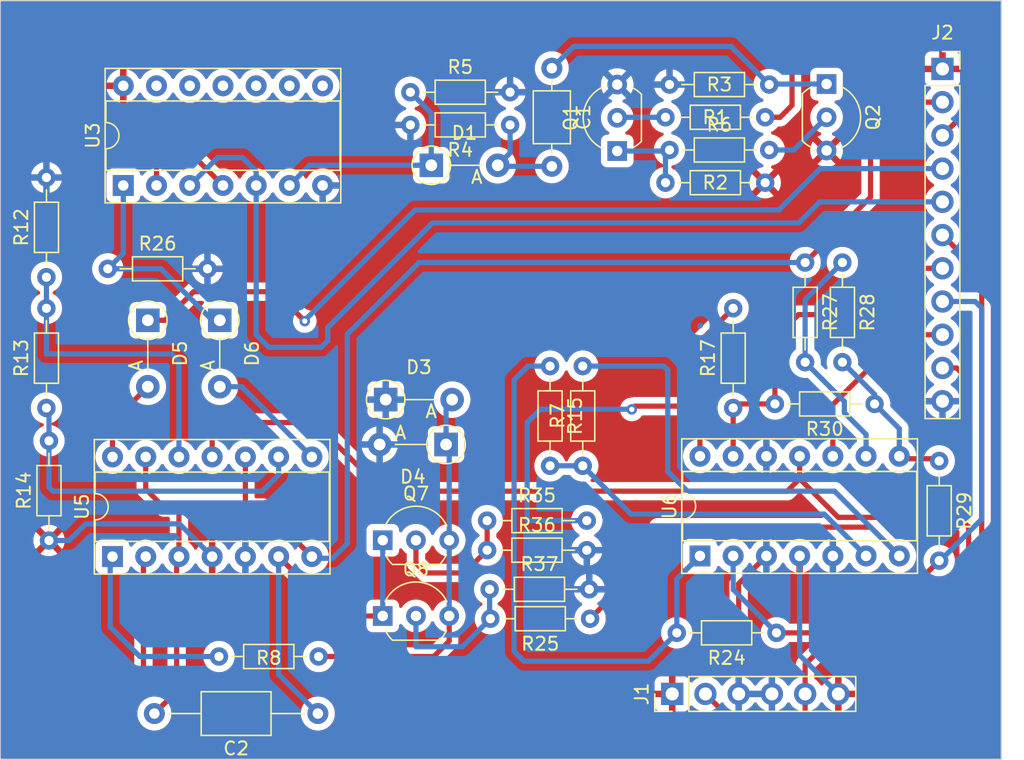
<source format=kicad_pcb>
(kicad_pcb (version 20221018) (generator pcbnew)
  (layers (0 "F.Cu" signal) (31 "B.Cu" signal) (34 "B.Paste" user) (35 "F.Paste" user) (36 "B.SilkS" user "B.Silkscreen") (37 "F.SilkS" user "F.Silkscreen") (38 "B.Mask" user) (39 "F.Mask" user) (44 "Edge.Cuts" user))
  (net 0 "")
  (net 1 "Net-(Q2-C)")
  (net 2 "Net-(D1-A)")
  (net 3 "Net-(Q7-C)")
  (net 4 "OUT")
  (net 5 "Net-(D1-K)")
  (net 6 "EOC")
  (net 7 "Net-(D3-A)")
  (net 8 "Net-(R25-Pad1)")
  (net 9 "Net-(D5-A)")
  (net 10 "Net-(D6-K)")
  (net 11 "Net-(D6-A)")
  (net 12 "+12V")
  (net 13 "-12V")
  (net 14 "GND")
  (net 15 "BUF_IN")
  (net 16 "FF")
  (net 17 "GOAL")
  (net 18 "VGND1")
  (net 19 "VGND2")
  (net 20 "FBO")
  (net 21 "Net-(Q1-C)")
  (net 22 "Net-(Q1-B)")
  (net 23 "Net-(Q2-B)")
  (net 24 "FCV")
  (net 25 "Net-(R15-Pad1)")
  (net 26 "RCV")
  (net 27 "Net-(R17-Pad2)")
  (net 28 "Net-(R8-Pad1)")
  (net 29 "LO")
  (net 30 "HI")
  (net 31 "Net-(U6C--)")
  (net 32 "FBK")
  (net 33 "Net-(U3-Pad2)")
  (net 40 "Net-(U6B--)")
  (footprint "Package_DIP:DIP-14_W7.62mm_Socket" (layer "F.Cu") (at 207.96 112.95 90)
    (fp_text reference "U6" (at 3.81 -2.33 90) (layer "F.SilkS"))
    (fp_text value "TL074")
    (pad "1" thru_hole rect (at 0 0 90) (size 1.6 1.6) (drill 0.8) (layers "*.Cu" "*.Mask") (net 25 "Net-(R15-Pad1)"))
    (pad "2" thru_hole oval (at 0 2.54 90) (size 1.6 1.6) (drill 0.8) (layers "*.Cu" "*.Mask") (net 19 "VGND2"))
    (pad "3" thru_hole oval (at 0 5.08 90) (size 1.6 1.6) (drill 0.8) (layers "*.Cu" "*.Mask") (net 14 "GND"))
    (pad "4" thru_hole oval (at 0 7.62 90) (size 1.6 1.6) (drill 0.8) (layers "*.Cu" "*.Mask") (net 12 "+12V"))
    (pad "5" thru_hole oval (at 0 10.16 90) (size 1.6 1.6) (drill 0.8) (layers "*.Cu" "*.Mask") (net 14 "GND"))
    (pad "6" thru_hole oval (at 0 12.7 90) (size 1.6 1.6) (drill 0.8) (layers "*.Cu" "*.Mask") (net 40 "Net-(U6B--)"))
    (pad "7" thru_hole oval (at 0 15.24 90) (size 1.6 1.6) (drill 0.8) (layers "*.Cu" "*.Mask") (net 8 "Net-(R25-Pad1)"))
    (pad "8" thru_hole oval (at 7.62 15.24 90) (size 1.6 1.6) (drill 0.8) (layers "*.Cu" "*.Mask") (net 32 "FBK"))
    (pad "9" thru_hole oval (at 7.62 12.7 90) (size 1.6 1.6) (drill 0.8) (layers "*.Cu" "*.Mask") (net 31 "Net-(U6C--)"))
    (pad "10" thru_hole oval (at 7.62 10.16 90) (size 1.6 1.6) (drill 0.8) (layers "*.Cu" "*.Mask") (net 20 "FBO"))
    (pad "11" thru_hole oval (at 7.62 7.62 90) (size 1.6 1.6) (drill 0.8) (layers "*.Cu" "*.Mask") (net 13 "-12V"))
    (pad "12" thru_hole oval (at 7.62 5.08 90) (size 1.6 1.6) (drill 0.8) (layers "*.Cu" "*.Mask") (net 14 "GND"))
    (pad "13" thru_hole oval (at 7.62 2.54 90) (size 1.6 1.6) (drill 0.8) (layers "*.Cu" "*.Mask") (net 18 "VGND1"))
    (pad "14" thru_hole oval (at 7.62 0 90) (size 1.6 1.6) (drill 0.8) (layers "*.Cu" "*.Mask") (net 27 "Net-(R17-Pad2)"))
  )
  (footprint "Connector_PinHeader_2.54mm:PinHeader_1x06_P2.54mm_Vertical" (layer "F.Cu") (at 205.84 123.5 90)
    (fp_text reference "J1" (at 0 -2.33 90) (layer "F.SilkS"))
    (fp_text value "Conn_01x06_Pin" hide)
    (pad "1" thru_hole rect (at 0 0 90) (size 1.7 1.7) (drill 1) (layers "*.Cu" "*.Mask") (net 12 "+12V"))
    (pad "2" thru_hole oval (at 0 2.54 90) (size 1.7 1.7) (drill 1) (layers "*.Cu" "*.Mask") (net 13 "-12V"))
    (pad "3" thru_hole oval (at 0 5.08 90) (size 1.7 1.7) (drill 1) (layers "*.Cu" "*.Mask") (net 14 "GND"))
    (pad "4" thru_hole oval (at 0 7.62 90) (size 1.7 1.7) (drill 1) (layers "*.Cu" "*.Mask") (net 14 "GND"))
    (pad "5" thru_hole oval (at 0 10.16 90) (size 1.7 1.7) (drill 1) (layers "*.Cu" "*.Mask") (net 13 "-12V"))
    (pad "6" thru_hole oval (at 0 12.7 90) (size 1.7 1.7) (drill 1) (layers "*.Cu" "*.Mask") (net 12 "+12V"))
  )
  (footprint "Resistor_THT:R_Axial_DIN0204_L3.6mm_D1.6mm_P7.62mm_Horizontal" (layer "F.Cu") (at 191.69 112.51)
    (fp_text reference "R36" (at 3.81 -1.92) (layer "F.SilkS"))
    (fp_text value "R")
    (pad "1" thru_hole circle (at 0 0) (size 1.4 1.4) (drill 0.7) (layers "*.Cu" "*.Mask") (net 24 "FCV"))
    (pad "2" thru_hole oval (at 7.62 0) (size 1.4 1.4) (drill 0.7) (layers "*.Cu" "*.Mask") (net 14 "GND"))
  )
  (footprint "Resistor_THT:R_Axial_DIN0204_L3.6mm_D1.6mm_P7.62mm_Horizontal" (layer "F.Cu") (at 191.69 110.25)
    (fp_text reference "R35" (at 3.81 -1.92) (layer "F.SilkS"))
    (fp_text value "R")
    (pad "1" thru_hole circle (at 0 0) (size 1.4 1.4) (drill 0.7) (layers "*.Cu" "*.Mask") (net 24 "FCV"))
    (pad "2" thru_hole oval (at 7.62 0) (size 1.4 1.4) (drill 0.7) (layers "*.Cu" "*.Mask") (net 27 "Net-(R17-Pad2)"))
  )
  (footprint "Resistor_THT:R_Axial_DIN0204_L3.6mm_D1.6mm_P7.62mm_Horizontal" (layer "F.Cu") (at 191.88 115.5)
    (fp_text reference "R37" (at 3.81 -1.92) (layer "F.SilkS"))
    (fp_text value "R")
    (pad "1" thru_hole circle (at 0 0) (size 1.4 1.4) (drill 0.7) (layers "*.Cu" "*.Mask") (net 26 "RCV"))
    (pad "2" thru_hole oval (at 7.62 0) (size 1.4 1.4) (drill 0.7) (layers "*.Cu" "*.Mask") (net 14 "GND"))
  )
  (footprint "Resistor_THT:R_Axial_DIN0204_L3.6mm_D1.6mm_P7.62mm_Horizontal" (layer "F.Cu") (at 205.325 79.415)
    (fp_text reference "R1" (at 3.81 0) (layer "F.SilkS"))
    (fp_text value "R")
    (pad "1" thru_hole circle (at 0 0) (size 1.4 1.4) (drill 0.7) (layers "*.Cu" "*.Mask") (net 22 "Net-(Q1-B)"))
    (pad "2" thru_hole oval (at 7.62 0) (size 1.4 1.4) (drill 0.7) (layers "*.Cu" "*.Mask") (net 15 "BUF_IN"))
  )
  (footprint "Resistor_THT:R_Axial_DIN0204_L3.6mm_D1.6mm_P7.62mm_Horizontal" (layer "F.Cu") (at 196.5 98.44 -90)
    (fp_text reference "R15" (at 3.81 -1.92 90) (layer "F.SilkS"))
    (fp_text value "R")
    (pad "1" thru_hole circle (at 0 0 270) (size 1.4 1.4) (drill 0.7) (layers "*.Cu" "*.Mask") (net 25 "Net-(R15-Pad1)"))
    (pad "2" thru_hole oval (at 7.62 0 270) (size 1.4 1.4) (drill 0.7) (layers "*.Cu" "*.Mask") (net 40 "Net-(U6B--)"))
  )
  (footprint "Diode_THT:D_A-405_P5.08mm_Vertical_AnodeUp" (layer "F.Cu") (at 165.75 94.935 -90)
    (fp_text reference "D5" (at 2.54 -2.47 90) (layer "F.SilkS"))
    (fp_text value "D")
    (fp_text user "A" (at 3.48 0.9 90) (layer "F.SilkS"))
    (pad "1" thru_hole rect (at 0 0 270) (size 1.8 1.8) (drill 0.9) (layers "*.Cu" "*.Mask") (net 6 "EOC"))
    (pad "2" thru_hole oval (at 5.08 0 270) (size 1.8 1.8) (drill 0.9) (layers "*.Cu" "*.Mask") (net 9 "Net-(D5-A)"))
  )
  (footprint "Resistor_THT:R_Axial_DIN0204_L3.6mm_D1.6mm_P7.62mm_Horizontal" (layer "F.Cu") (at 210.5 101.64 90)
    (fp_text reference "R17" (at 3.81 -1.92 90) (layer "F.SilkS"))
    (fp_text value "R")
    (pad "1" thru_hole circle (at 0 0 90) (size 1.4 1.4) (drill 0.7) (layers "*.Cu" "*.Mask") (net 18 "VGND1"))
    (pad "2" thru_hole oval (at 7.62 0 90) (size 1.4 1.4) (drill 0.7) (layers "*.Cu" "*.Mask") (net 27 "Net-(R17-Pad2)"))
  )
  (footprint "Diode_THT:D_A-405_P5.08mm_Vertical_AnodeUp" (layer "F.Cu") (at 171.25 94.935 -90)
    (fp_text reference "D6" (at 2.54 -2.47 90) (layer "F.SilkS"))
    (fp_text value "D")
    (fp_text user "A" (at 3.48 0.9 90) (layer "F.SilkS"))
    (pad "1" thru_hole rect (at 0 0 270) (size 1.8 1.8) (drill 0.9) (layers "*.Cu" "*.Mask") (net 10 "Net-(D6-K)"))
    (pad "2" thru_hole oval (at 5.08 0 270) (size 1.8 1.8) (drill 0.9) (layers "*.Cu" "*.Mask") (net 11 "Net-(D6-A)"))
  )
  (footprint "Resistor_THT:R_Axial_DIN0204_L3.6mm_D1.6mm_P7.62mm_Horizontal" (layer "F.Cu") (at 158.195 111.77 90)
    (fp_text reference "R14" (at 3.81 -1.92 90) (layer "F.SilkS"))
    (fp_text value "R")
    (pad "1" thru_hole circle (at 0 0 90) (size 1.4 1.4) (drill 0.7) (layers "*.Cu" "*.Mask") (net 12 "+12V"))
    (pad "2" thru_hole oval (at 7.62 0 90) (size 1.4 1.4) (drill 0.7) (layers "*.Cu" "*.Mask") (net 30 "HI"))
  )
  (footprint "Package_TO_SOT_THT:TO-92_Inline_Wide" (layer "F.Cu") (at 217.64 76.875 -90)
    (fp_text reference "Q2" (at 2.54 -3.56 90) (layer "F.SilkS"))
    (fp_text value "BC557")
    (pad "1" thru_hole rect (at 0 0 270) (size 1.5 1.5) (drill 0.8) (layers "*.Cu" "*.Mask") (net 1 "Net-(Q2-C)"))
    (pad "2" thru_hole circle (at 2.54 0 270) (size 1.5 1.5) (drill 0.8) (layers "*.Cu" "*.Mask") (net 23 "Net-(Q2-B)"))
    (pad "3" thru_hole circle (at 5.08 0 270) (size 1.5 1.5) (drill 0.8) (layers "*.Cu" "*.Mask") (net 12 "+12V"))
  )
  (footprint "Resistor_THT:R_Axial_DIN0204_L3.6mm_D1.6mm_P7.62mm_Horizontal" (layer "F.Cu") (at 216 90.52 -90)
    (fp_text reference "R27" (at 3.81 -1.92 90) (layer "F.SilkS"))
    (fp_text value "R")
    (pad "1" thru_hole circle (at 0 0 270) (size 1.4 1.4) (drill 0.7) (layers "*.Cu" "*.Mask") (net 4 "OUT"))
    (pad "2" thru_hole oval (at 7.62 0 270) (size 1.4 1.4) (drill 0.7) (layers "*.Cu" "*.Mask") (net 31 "Net-(U6C--)"))
  )
  (footprint "Package_DIP:DIP-14_W7.62mm_Socket" (layer "F.Cu") (at 163.05 113 90)
    (fp_text reference "U5" (at 3.81 -2.33 90) (layer "F.SilkS"))
    (fp_text value "TL074")
    (pad "1" thru_hole rect (at 0 0 90) (size 1.6 1.6) (drill 0.8) (layers "*.Cu" "*.Mask") (net 28 "Net-(R8-Pad1)"))
    (pad "2" thru_hole oval (at 0 2.54 90) (size 1.6 1.6) (drill 0.8) (layers "*.Cu" "*.Mask") (net 17 "GOAL"))
    (pad "3" thru_hole oval (at 0 5.08 90) (size 1.6 1.6) (drill 0.8) (layers "*.Cu" "*.Mask") (net 4 "OUT"))
    (pad "4" thru_hole oval (at 0 7.62 90) (size 1.6 1.6) (drill 0.8) (layers "*.Cu" "*.Mask") (net 12 "+12V"))
    (pad "5" thru_hole oval (at 0 10.16 90) (size 1.6 1.6) (drill 0.8) (layers "*.Cu" "*.Mask") (net 14 "GND"))
    (pad "6" thru_hole oval (at 0 12.7 90) (size 1.6 1.6) (drill 0.8) (layers "*.Cu" "*.Mask") (net 3 "Net-(Q7-C)"))
    (pad "7" thru_hole oval (at 0 15.24 90) (size 1.6 1.6) (drill 0.8) (layers "*.Cu" "*.Mask") (net 4 "OUT"))
    (pad "8" thru_hole oval (at 7.62 15.24 90) (size 1.6 1.6) (drill 0.8) (layers "*.Cu" "*.Mask") (net 11 "Net-(D6-A)"))
    (pad "9" thru_hole oval (at 7.62 12.7 90) (size 1.6 1.6) (drill 0.8) (layers "*.Cu" "*.Mask") (net 30 "HI"))
    (pad "10" thru_hole oval (at 7.62 10.16 90) (size 1.6 1.6) (drill 0.8) (layers "*.Cu" "*.Mask") (net 4 "OUT"))
    (pad "11" thru_hole oval (at 7.62 7.62 90) (size 1.6 1.6) (drill 0.8) (layers "*.Cu" "*.Mask") (net 13 "-12V"))
    (pad "12" thru_hole oval (at 7.62 5.08 90) (size 1.6 1.6) (drill 0.8) (layers "*.Cu" "*.Mask") (net 29 "LO"))
    (pad "13" thru_hole oval (at 7.62 2.54 90) (size 1.6 1.6) (drill 0.8) (layers "*.Cu" "*.Mask") (net 4 "OUT"))
    (pad "14" thru_hole oval (at 7.62 0 90) (size 1.6 1.6) (drill 0.8) (layers "*.Cu" "*.Mask") (net 9 "Net-(D5-A)"))
  )
  (footprint "Resistor_THT:R_Axial_DIN0204_L3.6mm_D1.6mm_P7.62mm_Horizontal" (layer "F.Cu") (at 162.69 91)
    (fp_text reference "R26" (at 3.81 -1.92) (layer "F.SilkS"))
    (fp_text value "R")
    (pad "1" thru_hole circle (at 0 0) (size 1.4 1.4) (drill 0.7) (layers "*.Cu" "*.Mask") (net 10 "Net-(D6-K)"))
    (pad "2" thru_hole oval (at 7.62 0) (size 1.4 1.4) (drill 0.7) (layers "*.Cu" "*.Mask") (net 14 "GND"))
  )
  (footprint "Resistor_THT:R_Axial_DIN0204_L3.6mm_D1.6mm_P7.62mm_Horizontal" (layer "F.Cu") (at 212.945 84.415 180)
    (fp_text reference "R2" (at 3.81 0) (layer "F.SilkS"))
    (fp_text value "R")
    (pad "1" thru_hole circle (at 0 0 180) (size 1.4 1.4) (drill 0.7) (layers "*.Cu" "*.Mask") (net 12 "+12V"))
    (pad "2" thru_hole oval (at 7.62 0 180) (size 1.4 1.4) (drill 0.7) (layers "*.Cu" "*.Mask") (net 21 "Net-(Q1-C)"))
  )
  (footprint "Package_TO_SOT_THT:TO-92_Inline_Wide" (layer "F.Cu") (at 183.71 111.75)
    (fp_text reference "Q7" (at 2.54 -3.56) (layer "F.SilkS"))
    (fp_text value "BC557")
    (pad "1" thru_hole rect (at 0 0) (size 1.5 1.5) (drill 0.8) (layers "*.Cu" "*.Mask") (net 3 "Net-(Q7-C)"))
    (pad "2" thru_hole circle (at 2.54 0) (size 1.5 1.5) (drill 0.8) (layers "*.Cu" "*.Mask") (net 24 "FCV"))
    (pad "3" thru_hole circle (at 5.08 0) (size 1.5 1.5) (drill 0.8) (layers "*.Cu" "*.Mask") (net 7 "Net-(D3-A)"))
  )
  (footprint "Resistor_THT:R_Axial_DIN0204_L3.6mm_D1.6mm_P7.62mm_Horizontal" (layer "F.Cu") (at 158 101.64 90)
    (fp_text reference "R13" (at 3.81 -1.92 90) (layer "F.SilkS"))
    (fp_text value "R")
    (pad "1" thru_hole circle (at 0 0 90) (size 1.4 1.4) (drill 0.7) (layers "*.Cu" "*.Mask") (net 30 "HI"))
    (pad "2" thru_hole oval (at 7.62 0 90) (size 1.4 1.4) (drill 0.7) (layers "*.Cu" "*.Mask") (net 29 "LO"))
  )
  (footprint "Capacitor_THT:C_Axial_L5.1mm_D3.1mm_P12.50mm_Horizontal" (layer "F.Cu") (at 178.75 125 180)
    (fp_text reference "C2" (at 6.25 -2.67 180) (layer "F.SilkS"))
    (fp_text value "C")
    (pad "1" thru_hole circle (at 0 0 180) (size 1.6 1.6) (drill 0.8) (layers "*.Cu" "*.Mask") (net 3 "Net-(Q7-C)"))
    (pad "2" thru_hole oval (at 12.5 0 180) (size 1.6 1.6) (drill 0.8) (layers "*.Cu" "*.Mask") (net 4 "OUT"))
  )
  (footprint "Diode_THT:D_A-405_P5.08mm_Vertical_AnodeUp" (layer "F.Cu") (at 183.935 101)
    (fp_text reference "D3" (at 2.54 -2.47) (layer "F.SilkS"))
    (fp_text value "D")
    (fp_text user "A" (at 3.48 0.9) (layer "F.SilkS"))
    (pad "1" thru_hole rect (at 0 0) (size 1.8 1.8) (drill 0.9) (layers "*.Cu" "*.Mask") (net 14 "GND"))
    (pad "2" thru_hole oval (at 5.08 0) (size 1.8 1.8) (drill 0.9) (layers "*.Cu" "*.Mask") (net 7 "Net-(D3-A)"))
  )
  (footprint "Resistor_THT:R_Axial_DIN0204_L3.6mm_D1.6mm_P7.62mm_Horizontal" (layer "F.Cu") (at 218.85 90.52 -90)
    (fp_text reference "R28" (at 3.81 -1.92 90) (layer "F.SilkS"))
    (fp_text value "R")
    (pad "1" thru_hole circle (at 0 0 270) (size 1.4 1.4) (drill 0.7) (layers "*.Cu" "*.Mask") (net 31 "Net-(U6C--)"))
    (pad "2" thru_hole oval (at 7.62 0 270) (size 1.4 1.4) (drill 0.7) (layers "*.Cu" "*.Mask") (net 32 "FBK"))
  )
  (footprint "Resistor_THT:R_Axial_DIN0204_L3.6mm_D1.6mm_P7.62mm_Horizontal" (layer "F.Cu") (at 205.635 81.915)
    (fp_text reference "R6" (at 3.81 -1.92) (layer "F.SilkS"))
    (fp_text value "R")
    (pad "1" thru_hole circle (at 0 0) (size 1.4 1.4) (drill 0.7) (layers "*.Cu" "*.Mask") (net 21 "Net-(Q1-C)"))
    (pad "2" thru_hole oval (at 7.62 0) (size 1.4 1.4) (drill 0.7) (layers "*.Cu" "*.Mask") (net 23 "Net-(Q2-B)"))
  )
  (footprint "Resistor_THT:R_Axial_DIN0204_L3.6mm_D1.6mm_P7.62mm_Horizontal" (layer "F.Cu") (at 193.445 80 180)
    (fp_text reference "R4" (at 3.81 -1.92) (layer "F.SilkS"))
    (fp_text value "R")
    (pad "1" thru_hole circle (at 0 0 180) (size 1.4 1.4) (drill 0.7) (layers "*.Cu" "*.Mask") (net 2 "Net-(D1-A)"))
    (pad "2" thru_hole oval (at 7.62 0 180) (size 1.4 1.4) (drill 0.7) (layers "*.Cu" "*.Mask") (net 14 "GND"))
  )
  (footprint "Diode_THT:D_A-405_P5.08mm_Vertical_AnodeUp" (layer "F.Cu") (at 188.55 104.43 180)
    (fp_text reference "D4" (at 2.54 -2.47) (layer "F.SilkS"))
    (fp_text value "D")
    (fp_text user "A" (at 3.48 0.9) (layer "F.SilkS"))
    (pad "1" thru_hole rect (at 0 0 180) (size 1.8 1.8) (drill 0.9) (layers "*.Cu" "*.Mask") (net 7 "Net-(D3-A)"))
    (pad "2" thru_hole oval (at 5.08 0 180) (size 1.8 1.8) (drill 0.9) (layers "*.Cu" "*.Mask") (net 14 "GND"))
  )
  (footprint "Package_TO_SOT_THT:TO-92_Inline_Wide" (layer "F.Cu") (at 183.71 117.54)
    (fp_text reference "Q8" (at 2.54 -3.56) (layer "F.SilkS"))
    (fp_text value "BC547")
    (pad "1" thru_hole rect (at 0 0) (size 1.5 1.5) (drill 0.8) (layers "*.Cu" "*.Mask") (net 3 "Net-(Q7-C)"))
    (pad "2" thru_hole circle (at 2.54 0) (size 1.5 1.5) (drill 0.8) (layers "*.Cu" "*.Mask") (net 26 "RCV"))
    (pad "3" thru_hole circle (at 5.08 0) (size 1.5 1.5) (drill 0.8) (layers "*.Cu" "*.Mask") (net 7 "Net-(D3-A)"))
  )
  (footprint "Resistor_THT:R_Axial_DIN0204_L3.6mm_D1.6mm_P7.62mm_Horizontal" (layer "F.Cu") (at 158 91.64 90)
    (fp_text reference "R12" (at 3.81 -1.92 90) (layer "F.SilkS"))
    (fp_text value "R")
    (pad "1" thru_hole circle (at 0 0 90) (size 1.4 1.4) (drill 0.7) (layers "*.Cu" "*.Mask") (net 29 "LO"))
    (pad "2" thru_hole oval (at 7.62 0 90) (size 1.4 1.4) (drill 0.7) (layers "*.Cu" "*.Mask") (net 14 "GND"))
  )
  (footprint "Resistor_THT:R_Axial_DIN0204_L3.6mm_D1.6mm_P7.62mm_Horizontal" (layer "F.Cu") (at 199.56 117.75 180)
    (fp_text reference "R25" (at 3.81 -1.92) (layer "F.SilkS"))
    (fp_text value "R")
    (pad "1" thru_hole circle (at 0 0 180) (size 1.4 1.4) (drill 0.7) (layers "*.Cu" "*.Mask") (net 8 "Net-(R25-Pad1)"))
    (pad "2" thru_hole oval (at 7.62 0 180) (size 1.4 1.4) (drill 0.7) (layers "*.Cu" "*.Mask") (net 26 "RCV"))
  )
  (footprint "Resistor_THT:R_Axial_DIN0204_L3.6mm_D1.6mm_P7.62mm_Horizontal" (layer "F.Cu") (at 226.25 105.69 -90)
    (fp_text reference "R29" (at 3.81 -1.92 90) (layer "F.SilkS"))
    (fp_text value "R")
    (pad "1" thru_hole circle (at 0 0 270) (size 1.4 1.4) (drill 0.7) (layers "*.Cu" "*.Mask") (net 32 "FBK"))
    (pad "2" thru_hole oval (at 7.62 0 270) (size 1.4 1.4) (drill 0.7) (layers "*.Cu" "*.Mask") (net 19 "VGND2"))
  )
  (footprint "Resistor_THT:R_Axial_DIN0204_L3.6mm_D1.6mm_P7.62mm_Horizontal" (layer "F.Cu") (at 213.255 76.915 180)
    (fp_text reference "R3" (at 3.81 0) (layer "F.SilkS"))
    (fp_text value "R")
    (pad "1" thru_hole circle (at 0 0 180) (size 1.4 1.4) (drill 0.7) (layers "*.Cu" "*.Mask") (net 1 "Net-(Q2-C)"))
    (pad "2" thru_hole oval (at 7.62 0 180) (size 1.4 1.4) (drill 0.7) (layers "*.Cu" "*.Mask") (net 14 "GND"))
  )
  (footprint "Capacitor_THT:C_Axial_L3.8mm_D2.6mm_P7.50mm_Horizontal" (layer "F.Cu") (at 196.635 75.665 -90)
    (fp_text reference "C1" (at 3.75 -2.42 90) (layer "F.SilkS"))
    (fp_text value "C")
    (pad "1" thru_hole circle (at 0 0 270) (size 1.6 1.6) (drill 0.8) (layers "*.Cu" "*.Mask") (net 1 "Net-(Q2-C)"))
    (pad "2" thru_hole oval (at 7.5 0 270) (size 1.6 1.6) (drill 0.8) (layers "*.Cu" "*.Mask") (net 2 "Net-(D1-A)"))
  )
  (footprint "Resistor_THT:R_Axial_DIN0204_L3.6mm_D1.6mm_P7.62mm_Horizontal" (layer "F.Cu") (at 199 106.06 90)
    (fp_text reference "R7" (at 3.81 -1.92 90) (layer "F.SilkS"))
    (fp_text value "R")
    (pad "1" thru_hole circle (at 0 0 90) (size 1.4 1.4) (drill 0.7) (layers "*.Cu" "*.Mask") (net 40 "Net-(U6B--)"))
    (pad "2" thru_hole oval (at 7.62 0 90) (size 1.4 1.4) (drill 0.7) (layers "*.Cu" "*.Mask") (net 8 "Net-(R25-Pad1)"))
  )
  (footprint "Resistor_THT:R_Axial_DIN0204_L3.6mm_D1.6mm_P7.62mm_Horizontal" (layer "F.Cu") (at 185.825 77.5)
    (fp_text reference "R5" (at 3.81 -1.92) (layer "F.SilkS"))
    (fp_text value "R")
    (pad "1" thru_hole circle (at 0 0) (size 1.4 1.4) (drill 0.7) (layers "*.Cu" "*.Mask") (net 5 "Net-(D1-K)"))
    (pad "2" thru_hole oval (at 7.62 0) (size 1.4 1.4) (drill 0.7) (layers "*.Cu" "*.Mask") (net 14 "GND"))
  )
  (footprint "Resistor_THT:R_Axial_DIN0204_L3.6mm_D1.6mm_P7.62mm_Horizontal" (layer "F.Cu") (at 171.19 120.64)
    (fp_text reference "R8" (at 3.81 0.11) (layer "F.SilkS"))
    (fp_text value "R")
    (pad "1" thru_hole circle (at 0 0) (size 1.4 1.4) (drill 0.7) (layers "*.Cu" "*.Mask") (net 28 "Net-(R8-Pad1)"))
    (pad "2" thru_hole oval (at 7.62 0) (size 1.4 1.4) (drill 0.7) (layers "*.Cu" "*.Mask") (net 7 "Net-(D3-A)"))
  )
  (footprint "Diode_THT:D_A-405_P5.08mm_Vertical_AnodeUp" (layer "F.Cu") (at 187.42 83.085)
    (fp_text reference "D1" (at 2.54 -2.47) (layer "F.SilkS"))
    (fp_text value "D")
    (fp_text user "A" (at 3.48 0.9) (layer "F.SilkS"))
    (pad "1" thru_hole rect (at 0 0) (size 1.8 1.8) (drill 0.9) (layers "*.Cu" "*.Mask") (net 5 "Net-(D1-K)"))
    (pad "2" thru_hole oval (at 5.08 0) (size 1.8 1.8) (drill 0.9) (layers "*.Cu" "*.Mask") (net 2 "Net-(D1-A)"))
  )
  (footprint "Package_DIP:DIP-14_W7.62mm_Socket" (layer "F.Cu") (at 163.875 84.63 90)
    (fp_text reference "U3" (at 3.81 -2.33 90) (layer "F.SilkS"))
    (fp_text value "4001")
    (pad "1" thru_hole rect (at 0 0 90) (size 1.6 1.6) (drill 0.8) (layers "*.Cu" "*.Mask") (net 10 "Net-(D6-K)"))
    (pad "2" thru_hole oval (at 0 2.54 90) (size 1.6 1.6) (drill 0.8) (layers "*.Cu" "*.Mask") (net 33 "Net-(U3-Pad2)"))
    (pad "3" thru_hole oval (at 0 5.08 90) (size 1.6 1.6) (drill 0.8) (layers "*.Cu" "*.Mask") (net 16 "FF"))
    (pad "4" thru_hole oval (at 0 7.62 90) (size 1.6 1.6) (drill 0.8) (layers "*.Cu" "*.Mask") (net 33 "Net-(U3-Pad2)"))
    (pad "5" thru_hole oval (at 0 10.16 90) (size 1.6 1.6) (drill 0.8) (layers "*.Cu" "*.Mask") (net 16 "FF"))
    (pad "6" thru_hole oval (at 0 12.7 90) (size 1.6 1.6) (drill 0.8) (layers "*.Cu" "*.Mask") (net 5 "Net-(D1-K)"))
    (pad "7" thru_hole oval (at 0 15.24 90) (size 1.6 1.6) (drill 0.8) (layers "*.Cu" "*.Mask") (net 14 "GND"))
    (pad "8" thru_hole oval (at 7.62 15.24 90) (size 1.6 1.6) (drill 0.8) (layers "*.Cu" "*.Mask"))
    (pad "9" thru_hole oval (at 7.62 12.7 90) (size 1.6 1.6) (drill 0.8) (layers "*.Cu" "*.Mask"))
    (pad "10" thru_hole oval (at 7.62 10.16 90) (size 1.6 1.6) (drill 0.8) (layers "*.Cu" "*.Mask"))
    (pad "11" thru_hole oval (at 7.62 7.62 90) (size 1.6 1.6) (drill 0.8) (layers "*.Cu" "*.Mask"))
    (pad "12" thru_hole oval (at 7.62 5.08 90) (size 1.6 1.6) (drill 0.8) (layers "*.Cu" "*.Mask"))
    (pad "13" thru_hole oval (at 7.62 2.54 90) (size 1.6 1.6) (drill 0.8) (layers "*.Cu" "*.Mask"))
    (pad "14" thru_hole oval (at 7.62 0 90) (size 1.6 1.6) (drill 0.8) (layers "*.Cu" "*.Mask") (net 12 "+12V"))
  )
  (footprint "Package_TO_SOT_THT:TO-92_Inline_Wide" (layer "F.Cu") (at 201.635 81.995 90)
    (fp_text reference "Q1" (at 2.54 -3.56 90) (layer "F.SilkS"))
    (fp_text value "BC547")
    (pad "1" thru_hole rect (at 0 0 90) (size 1.5 1.5) (drill 0.8) (layers "*.Cu" "*.Mask") (net 21 "Net-(Q1-C)"))
    (pad "2" thru_hole circle (at 2.54 0 90) (size 1.5 1.5) (drill 0.8) (layers "*.Cu" "*.Mask") (net 22 "Net-(Q1-B)"))
    (pad "3" thru_hole circle (at 5.08 0 90) (size 1.5 1.5) (drill 0.8) (layers "*.Cu" "*.Mask") (net 14 "GND"))
  )
  (footprint "Resistor_THT:R_Axial_DIN0204_L3.6mm_D1.6mm_P7.62mm_Horizontal" (layer "F.Cu") (at 221.31 101.33 180)
    (fp_text reference "R30" (at 3.81 -1.92) (layer "F.SilkS"))
    (fp_text value "R")
    (pad "1" thru_hole circle (at 0 0 180) (size 1.4 1.4) (drill 0.7) (layers "*.Cu" "*.Mask") (net 32 "FBK"))
    (pad "2" thru_hole oval (at 7.62 0 180) (size 1.4 1.4) (drill 0.7) (layers "*.Cu" "*.Mask") (net 18 "VGND1"))
  )
  (footprint "Connector_PinSocket_2.54mm:PinSocket_1x11_P2.54mm_Vertical" (layer "F.Cu") (at 226.5 75.72)
    (fp_text reference "J2" (at 0 -2.77) (layer "F.SilkS"))
    (fp_text value "Conn_01x11_Pin")
    (pad "1" thru_hole rect (at 0 0) (size 1.7 1.7) (drill 1) (layers "*.Cu" "*.Mask") (net 12 "+12V"))
    (pad "2" thru_hole oval (at 0 2.54) (size 1.7 1.7) (drill 1) (layers "*.Cu" "*.Mask") (net 4 "OUT"))
    (pad "3" thru_hole oval (at 0 5.08) (size 1.7 1.7) (drill 1) (layers "*.Cu" "*.Mask") (net 15 "BUF_IN"))
    (pad "4" thru_hole oval (at 0 7.62) (size 1.7 1.7) (drill 1) (layers "*.Cu" "*.Mask") (net 6 "EOC"))
    (pad "5" thru_hole oval (at 0 10.16) (size 1.7 1.7) (drill 1) (layers "*.Cu" "*.Mask") (net 16 "FF"))
    (pad "6" thru_hole oval (at 0 12.7) (size 1.7 1.7) (drill 1) (layers "*.Cu" "*.Mask") (net 17 "GOAL"))
    (pad "7" thru_hole oval (at 0 15.24) (size 1.7 1.7) (drill 1) (layers "*.Cu" "*.Mask") (net 18 "VGND1"))
    (pad "8" thru_hole oval (at 0 17.78) (size 1.7 1.7) (drill 1) (layers "*.Cu" "*.Mask") (net 19 "VGND2"))
    (pad "9" thru_hole oval (at 0 20.32) (size 1.7 1.7) (drill 1) (layers "*.Cu" "*.Mask") (net 20 "FBO"))
    (pad "10" thru_hole oval (at 0 22.86) (size 1.7 1.7) (drill 1) (layers "*.Cu" "*.Mask") (net 13 "-12V"))
    (pad "11" thru_hole oval (at 0 25.4) (size 1.7 1.7) (drill 1) (layers "*.Cu" "*.Mask") (net 14 "GND"))
  )
  (footprint "Resistor_THT:R_Axial_DIN0204_L3.6mm_D1.6mm_P7.62mm_Horizontal" (layer "F.Cu") (at 213.81 118.83 180)
    (fp_text reference "R24" (at 3.81 -1.92) (layer "F.SilkS"))
    (fp_text value "R")
    (pad "1" thru_hole circle (at 0 0 180) (size 1.4 1.4) (drill 0.7) (layers "*.Cu" "*.Mask") (net 19 "VGND2"))
    (pad "2" thru_hole oval (at 7.62 0 180) (size 1.4 1.4) (drill 0.7) (layers "*.Cu" "*.Mask") (net 25 "Net-(R15-Pad1)"))
  )
  (gr_line (start 154.5 70.5) (end 231 70.5) (stroke (width 0.1)) (layer "Edge.Cuts"))
  (gr_line (start 231 128.5) (end 154.5 128.5) (stroke (width 0.1)) (layer "Edge.Cuts"))
  (gr_line (start 231 70.5) (end 231 128.5) (stroke (width 0.1)) (layer "Edge.Cuts"))
  (segment (start 207.96 95.37) (end 208 95.33) (width 0.4) (layer "B.Cu") (net 0))
  (segment (start 210.34 74) (end 213.255 76.915) (width 0.4) (layer "B.Cu") (net 1))
  (segment (start 217.64 76.875) (end 213.295 76.875) (width 0.4) (layer "B.Cu") (net 1))
  (segment (start 198.3 74) (end 210.34 74) (width 0.4) (layer "B.Cu") (net 1))
  (segment (start 196.635 75.665) (end 198.3 74) (width 0.4) (layer "B.Cu") (net 1))
  (segment (start 213.295 76.875) (end 213.255 76.915) (width 0.4) (layer "B.Cu") (net 1))
  (segment (start 193.445 82.14) (end 192.5 83.085) (width 0.4) (layer "B.Cu") (net 2))
  (segment (start 192.58 83.165) (end 192.5 83.085) (width 0.4) (layer "B.Cu") (net 2))
  (segment (start 193.445 80) (end 193.445 82.14) (width 0.4) (layer "B.Cu") (net 2))
  (segment (start 196.635 83.165) (end 192.58 83.165) (width 0.4) (layer "B.Cu") (net 2))
  (segment (start 183.71 117.54) (end 180.29 117.54) (width 0.4) (layer "F.Cu") (net 3))
  (segment (start 180.29 117.54) (end 175.75 113) (width 0.4) (layer "F.Cu") (net 3))
  (segment (start 175.705 113) (end 175.575 113.13) (width 0.4) (layer "B.Cu") (net 3))
  (segment (start 175.75 122) (end 175.75 113) (width 0.4) (layer "B.Cu") (net 3))
  (segment (start 183.71 111.75) (end 183.71 117.54) (width 0.4) (layer "B.Cu") (net 3))
  (segment (start 175.75 113) (end 175.705 113) (width 0.4) (layer "B.Cu") (net 3))
  (segment (start 178.75 125) (end 175.75 122) (width 0.4) (layer "B.Cu") (net 3))
  (segment (start 168.13 113) (end 168.13 109.38) (width 0.4) (layer "F.Cu") (net 4))
  (segment (start 168.13 112.75) (end 167.955 112.925) (width 0.4) (layer "F.Cu") (net 4))
  (segment (start 173.21 105.38) (end 173.21 109.21) (width 0.4) (layer "F.Cu") (net 4))
  (segment (start 221 85.52) (end 216 90.52) (width 0.4) (layer "F.Cu") (net 4))
  (segment (start 168.13 109.38) (end 168 109.25) (width 0.4) (layer "F.Cu") (net 4))
  (segment (start 165.59 107.84) (end 167 109.25) (width 0.4) (layer "F.Cu") (net 4))
  (segment (start 174.54 109.25) (end 178.29 113) (width 0.4) (layer "F.Cu") (net 4))
  (segment (start 167.955 123.295) (end 166.25 125) (width 0.4) (layer "F.Cu") (net 4))
  (segment (start 221 80.5) (end 221 85.52) (width 0.4) (layer "F.Cu") (net 4))
  (segment (start 168 109.25) (end 173.25 109.25) (width 0.4) (layer "F.Cu") (net 4))
  (segment (start 167 109.25) (end 168 109.25) (width 0.4) (layer "F.Cu") (net 4))
  (segment (start 167.955 112.925) (end 167.955 123.295) (width 0.4) (layer "F.Cu") (net 4))
  (segment (start 226.5 78.26) (end 223.24 78.26) (width 0.4) (layer "F.Cu") (net 4))
  (segment (start 223.24 78.26) (end 221 80.5) (width 0.4) (layer "F.Cu") (net 4))
  (segment (start 173.21 109.21) (end 173.25 109.25) (width 0.4) (layer "F.Cu") (net 4))
  (segment (start 173.25 109.25) (end 174.54 109.25) (width 0.4) (layer "F.Cu") (net 4))
  (segment (start 165.59 105.38) (end 165.59 107.84) (width 0.4) (layer "F.Cu") (net 4))
  (segment (start 181 112) (end 181 96) (width 0.4) (layer "B.Cu") (net 4))
  (segment (start 178.115 113.13) (end 179.87 113.13) (width 0.4) (layer "B.Cu") (net 4))
  (segment (start 186.48 90.52) (end 216 90.52) (width 0.4) (layer "B.Cu") (net 4))
  (segment (start 181 96) (end 186.48 90.52) (width 0.4) (layer "B.Cu") (net 4))
  (segment (start 179.87 113.13) (end 181 112) (width 0.4) (layer "B.Cu") (net 4))
  (segment (start 178.12 83.085) (end 187.42 83.085) (width 0.4) (layer "B.Cu") (net 5))
  (segment (start 187.42 83.085) (end 187.42 79.095) (width 0.4) (layer "B.Cu") (net 5))
  (segment (start 187.42 79.095) (end 185.825 77.5) (width 0.4) (layer "B.Cu") (net 5))
  (segment (start 176.575 84.63) (end 178.12 83.085) (width 0.4) (layer "B.Cu") (net 5))
  (segment (start 167.065 94.935) (end 169.25 92.75) (width 0.4) (layer "F.Cu") (net 6))
  (segment (start 169.25 92.75) (end 175.5 92.75) (width 0.4) (layer "F.Cu") (net 6))
  (segment (start 165.75 94.935) (end 167.065 94.935) (width 0.4) (layer "F.Cu") (net 6))
  (segment (start 175.5 92.75) (end 177.75 95) (width 0.4) (layer "F.Cu") (net 6))
  (via (at 177.75 95) (size 0.8) (drill 0.4) (layers "F.Cu" "B.Cu") (net 6))
  (segment (start 217.16 83.34) (end 226.5 83.34) (width 0.4) (layer "B.Cu") (net 6))
  (segment (start 177.75 95) (end 177.605 95.145) (width 0.4) (layer "B.Cu") (net 6))
  (segment (start 177.75 94.94) (end 186.19 86.5) (width 0.4) (layer "B.Cu") (net 6))
  (segment (start 177.75 95) (end 177.75 94.94) (width 0.4) (layer "B.Cu") (net 6))
  (segment (start 186.19 86.5) (end 214 86.5) (width 0.4) (layer "B.Cu") (net 6))
  (segment (start 214 86.5) (end 217.16 83.34) (width 0.4) (layer "B.Cu") (net 6))
  (segment (start 188.79 119.46) (end 188.79 117.54) (width 0.4) (layer "F.Cu") (net 7))
  (segment (start 187.61 120.64) (end 188.79 119.46) (width 0.4) (layer "F.Cu") (net 7))
  (segment (start 178.81 120.64) (end 187.61 120.64) (width 0.4) (layer "F.Cu") (net 7))
  (segment (start 188.79 111.75) (end 188.79 104.67) (width 0.4) (layer "B.Cu") (net 7))
  (segment (start 188.55 104.43) (end 188.55 101.465) (width 0.4) (layer "B.Cu") (net 7))
  (segment (start 188.55 101.465) (end 189.015 101) (width 0.4) (layer "B.Cu") (net 7))
  (segment (start 188.79 117.54) (end 188.79 111.75) (width 0.4) (layer "B.Cu") (net 7))
  (segment (start 188.79 104.67) (end 188.55 104.43) (width 0.4) (layer "B.Cu") (net 7))
  (segment (start 221 110.75) (end 223.2 112.95) (width 0.4) (layer "F.Cu") (net 8))
  (segment (start 204.75 110.75) (end 221 110.75) (width 0.4) (layer "F.Cu") (net 8))
  (segment (start 204.75 112.56) (end 204.75 110.75) (width 0.4) (layer "F.Cu") (net 8))
  (segment (start 199.56 117.75) (end 204.75 112.56) (width 0.4) (layer "F.Cu") (net 8))
  (segment (start 205.5 98.75) (end 205.5 106.5) (width 0.4) (layer "B.Cu") (net 8))
  (segment (start 199 98.44) (end 205.19 98.44) (width 0.4) (layer "B.Cu") (net 8))
  (segment (start 205.19 98.44) (end 205.5 98.75) (width 0.4) (layer "B.Cu") (net 8))
  (segment (start 207 108) (end 218.25 108) (width 0.4) (layer "B.Cu") (net 8))
  (segment (start 205.5 106.5) (end 207 108) (width 0.4) (layer "B.Cu") (net 8))
  (segment (start 218.25 108) (end 223.2 112.95) (width 0.4) (layer "B.Cu") (net 8))
  (segment (start 163.05 102.715) (end 165.75 100.015) (width 0.4) (layer "F.Cu") (net 9))
  (segment (start 163.05 105.38) (end 163.05 102.715) (width 0.4) (layer "F.Cu") (net 9))
  (segment (start 162.545 105.18) (end 162.875 105.51) (width 0.4) (layer "B.Cu") (net 9))
  (segment (start 170.685 94.935) (end 166.75 91) (width 0.4) (layer "B.Cu") (net 10))
  (segment (start 163.875 89.815) (end 163.875 84.63) (width 0.4) (layer "B.Cu") (net 10))
  (segment (start 162.69 91) (end 163.875 89.815) (width 0.4) (layer "B.Cu") (net 10))
  (segment (start 166.75 91) (end 162.69 91) (width 0.4) (layer "B.Cu") (net 10))
  (segment (start 171.25 94.935) (end 170.685 94.935) (width 0.4) (layer "B.Cu") (net 10))
  (segment (start 178.29 105.38) (end 172.925 100.015) (width 0.4) (layer "B.Cu") (net 11))
  (segment (start 172.925 100.015) (end 171.25 100.015) (width 0.4) (layer "B.Cu") (net 11))
  (segment (start 216 113.37) (end 215.58 112.95) (width 0.4) (layer "F.Cu") (net 12))
  (segment (start 168.17 110.5) (end 170.67 113) (width 0.4) (layer "B.Cu") (net 12))
  (segment (start 215.58 112.95) (end 215.58 120.54) (width 0.4) (layer "B.Cu") (net 12))
  (segment (start 159.73 111.77) (end 161 110.5) (width 0.4) (layer "B.Cu") (net 12))
  (segment (start 158.195 111.77) (end 159.73 111.77) (width 0.4) (layer "B.Cu") (net 12))
  (segment (start 161 110.5) (end 168.17 110.5) (width 0.4) (layer "B.Cu") (net 12))
  (segment (start 215.58 120.54) (end 218.54 123.5) (width 0.4) (layer "B.Cu") (net 12))
  (segment (start 215.58 105.33) (end 215.58 107.05) (width 0.4) (layer "F.Cu") (net 13))
  (segment (start 216 123.5) (end 216 125.5) (width 0.4) (layer "F.Cu") (net 13))
  (segment (start 224.5 120.25) (end 228.5 116.25) (width 0.4) (layer "F.Cu") (net 13))
  (segment (start 216 125.5) (end 210.38 125.5) (width 0.4) (layer "F.Cu") (net 13))
  (segment (start 227.58 98.58) (end 228.5 99.5) (width 0.4) (layer "F.Cu") (net 13))
  (segment (start 171 102.75) (end 178.5 102.75) (width 0.4) (layer "F.Cu") (net 13))
  (segment (start 228.5 99.5) (end 228.5 106.5) (width 0.4) (layer "F.Cu") (net 13))
  (segment (start 215.58 107.05) (end 218.53 110) (width 0.4) (layer "F.Cu") (net 13))
  (segment (start 170.67 105.38) (end 170.67 103.08) (width 0.4) (layer "F.Cu") (net 13))
  (segment (start 225 110) (end 218.53 110) (width 0.4) (layer "F.Cu") (net 13))
  (segment (start 210.38 125.5) (end 208.38 123.5) (width 0.4) (layer "F.Cu") (net 13))
  (segment (start 226.5 98.58) (end 227.58 98.58) (width 0.4) (layer "F.Cu") (net 13))
  (segment (start 214.63 108) (end 215.58 107.05) (width 0.4) (layer "F.Cu") (net 13))
  (segment (start 228.5 106.5) (end 226.375 108.625) (width 0.4) (layer "F.Cu") (net 13))
  (segment (start 217 120.25) (end 224.5 120.25) (width 0.4) (layer "F.Cu") (net 13))
  (segment (start 226.375 108.625) (end 225 110) (width 0.4) (layer "F.Cu") (net 13))
  (segment (start 228.5 116.25) (end 228.5 110.75) (width 0.4) (layer "F.Cu") (net 13))
  (segment (start 170.67 103.08) (end 171 102.75) (width 0.4) (layer "F.Cu") (net 13))
  (segment (start 178.5 102.75) (end 183.75 108) (width 0.4) (layer "F.Cu") (net 13))
  (segment (start 183.75 108) (end 214.63 108) (width 0.4) (layer "F.Cu") (net 13))
  (segment (start 228.5 110.75) (end 226.375 108.625) (width 0.4) (layer "F.Cu") (net 13))
  (segment (start 216 121.25) (end 217 120.25) (width 0.4) (layer "F.Cu") (net 13))
  (segment (start 216 123.5) (end 216 121.25) (width 0.4) (layer "F.Cu") (net 13))
  (segment (start 210.92 123.5) (end 210.92 115.07) (width 0.4) (layer "F.Cu") (net 14))
  (segment (start 210.92 115.07) (end 213.04 112.95) (width 0.4) (layer "F.Cu") (net 14))
  (segment (start 229.5 77.8) (end 226.5 80.8) (width 0.4) (layer "F.Cu") (net 15))
  (segment (start 215 78.5) (end 215 75.5) (width 0.4) (layer "F.Cu") (net 15))
  (segment (start 228.5 72.5) (end 229.5 73.5) (width 0.4) (layer "F.Cu") (net 15))
  (segment (start 214.085 79.415) (end 215 78.5) (width 0.4) (layer "F.Cu") (net 15))
  (segment (start 215 75.5) (end 218 72.5) (width 0.4) (layer "F.Cu") (net 15))
  (segment (start 218 72.5) (end 228.5 72.5) (width 0.4) (layer "F.Cu") (net 15))
  (segment (start 212.945 79.415) (end 214.085 79.415) (width 0.4) (layer "F.Cu") (net 15))
  (segment (start 229.5 73.5) (end 229.5 77.8) (width 0.4) (layer "F.Cu") (net 15))
  (segment (start 174.035 84.63) (end 174.035 83.535) (width 0.4) (layer "B.Cu") (net 16))
  (segment (start 217.12 85.88) (end 226.5 85.88) (width 0.4) (layer "B.Cu") (net 16))
  (segment (start 174.035 96.035) (end 175 97) (width 0.4) (layer "B.Cu") (net 16))
  (segment (start 174.035 83.535) (end 173 82.5) (width 0.4) (layer "B.Cu") (net 16))
  (segment (start 174.035 84.63) (end 174.035 96.035) (width 0.4) (layer "B.Cu") (net 16))
  (segment (start 179 97) (end 179.5 96.5) (width 0.4) (layer "B.Cu") (net 16))
  (segment (start 215.5 87.5) (end 217.12 85.88) (width 0.4) (layer "B.Cu") (net 16))
  (segment (start 179.5 96.5) (end 179.5 95.5) (width 0.4) (layer "B.Cu") (net 16))
  (segment (start 173 82.5) (end 171.085 82.5) (width 0.4) (layer "B.Cu") (net 16))
  (segment (start 187.5 87.5) (end 215.5 87.5) (width 0.4) (layer "B.Cu") (net 16))
  (segment (start 171.085 82.5) (end 168.955 84.63) (width 0.4) (layer "B.Cu") (net 16))
  (segment (start 175 97) (end 179 97) (width 0.4) (layer "B.Cu") (net 16))
  (segment (start 179.5 95.5) (end 187.5 87.5) (width 0.4) (layer "B.Cu") (net 16))
  (segment (start 163.5 124) (end 163.5 126) (width 0.4) (layer "F.Cu") (net 17))
  (segment (start 229.5 91.42) (end 226.5 88.42) (width 0.4) (layer "F.Cu") (net 17))
  (segment (start 165.415 112.925) (end 165.415 122.085) (width 0.4) (layer "F.Cu") (net 17))
  (segment (start 165.59 112.75) (end 165.415 112.925) (width 0.4) (layer "F.Cu") (net 17))
  (segment (start 219.5 127.5) (end 229.5 117.5) (width 0.4) (layer "F.Cu") (net 17))
  (segment (start 165 127.5) (end 219.5 127.5) (width 0.4) (layer "F.Cu") (net 17))
  (segment (start 229.5 117.5) (end 229.5 91.42) (width 0.4) (layer "F.Cu") (net 17))
  (segment (start 165.415 122.085) (end 163.5 124) (width 0.4) (layer "F.Cu") (net 17))
  (segment (start 163.5 126) (end 165 127.5) (width 0.4) (layer "F.Cu") (net 17))
  (segment (start 213.69 101.33) (end 210.81 101.33) (width 0.4) (layer "F.Cu") (net 18))
  (segment (start 215.5 94.5) (end 220 94.5) (width 0.4) (layer "F.Cu") (net 18))
  (segment (start 210.5 105.33) (end 210.5 101.64) (width 0.4) (layer "F.Cu") (net 18))
  (segment (start 210.81 101.33) (end 210.5 101.64) (width 0.4) (layer "F.Cu") (net 18))
  (segment (start 213.69 101.33) (end 213.69 96.31) (width 0.4) (layer "F.Cu") (net 18))
  (segment (start 223.54 90.96) (end 226.5 90.96) (width 0.4) (layer "F.Cu") (net 18))
  (segment (start 213.69 96.31) (end 215.5 94.5) (width 0.4) (layer "F.Cu") (net 18))
  (segment (start 220 94.5) (end 223.54 90.96) (width 0.4) (layer "F.Cu") (net 18))
  (segment (start 220.73 118.83) (end 226.25 113.31) (width 0.4) (layer "F.Cu") (net 19))
  (segment (start 213.81 118.83) (end 220.73 118.83) (width 0.4) (layer "F.Cu") (net 19))
  (segment (start 229.5 94) (end 229 93.5) (width 0.4) (layer "B.Cu") (net 19))
  (segment (start 226.25 113.31) (end 226.33 113.31) (width 0.4) (layer "B.Cu") (net 19))
  (segment (start 226.33 113.31) (end 229.5 110.14) (width 0.4) (layer "B.Cu") (net 19))
  (segment (start 213.81 118.83) (end 210.5 115.52) (width 0.4) (layer "B.Cu") (net 19))
  (segment (start 210.5 115.52) (end 210.5 112.95) (width 0.4) (layer "B.Cu") (net 19))
  (segment (start 229.5 110.14) (end 229.5 94) (width 0.4) (layer "B.Cu") (net 19))
  (segment (start 229 93.5) (end 226.5 93.5) (width 0.4) (layer "B.Cu") (net 19))
  (segment (start 226.5 96.04) (end 223.46 96.04) (width 0.4) (layer "F.Cu") (net 20))
  (segment (start 223.46 96.04) (end 218.12 101.38) (width 0.4) (layer "F.Cu") (net 20))
  (segment (start 218.12 101.38) (end 218.12 105.33) (width 0.4) (layer "F.Cu") (net 20))
  (segment (start 205.325 82.225) (end 205.635 81.915) (width 0.4) (layer "B.Cu") (net 21))
  (segment (start 205.325 84.415) (end 205.325 82.225) (width 0.4) (layer "B.Cu") (net 21))
  (segment (start 201.635 81.995) (end 205.555 81.995) (width 0.4) (layer "B.Cu") (net 21))
  (segment (start 205.555 81.995) (end 205.635 81.915) (width 0.4) (layer "B.Cu") (net 21))
  (segment (start 205.325 79.415) (end 201.675 79.415) (width 0.4) (layer "B.Cu") (net 22))
  (segment (start 201.675 79.415) (end 201.635 79.455) (width 0.4) (layer "B.Cu") (net 22))
  (segment (start 213.255 81.915) (end 215.14 81.915) (width 0.4) (layer "B.Cu") (net 23))
  (segment (start 215.14 81.915) (end 217.64 79.415) (width 0.4) (layer "B.Cu") (net 23))
  (segment (start 189.95 114.25) (end 191.69 112.51) (width 0.4) (layer "F.Cu") (net 24))
  (segment (start 187 114.25) (end 189.95 114.25) (width 0.4) (layer "F.Cu") (net 24))
  (segment (start 186.25 111.75) (end 186.25 113.5) (width 0.4) (layer "F.Cu") (net 24))
  (segment (start 186.25 113.5) (end 187 114.25) (width 0.4) (layer "F.Cu") (net 24))
  (segment (start 191.69 110.25) (end 191.69 112.51) (width 0.4) (layer "F.Cu") (net 24))
  (segment (start 193.75 120.25) (end 193.75 99.5) (width 0.4) (layer "B.Cu") (net 25))
  (segment (start 206.19 118.83) (end 204.02 121) (width 0.4) (layer "B.Cu") (net 25))
  (segment (start 206.19 118.83) (end 206.19 114.72) (width 0.4) (layer "B.Cu") (net 25))
  (segment (start 204.02 121) (end 194.5 121) (width 0.4) (layer "B.Cu") (net 25))
  (segment (start 194.5 121) (end 193.75 120.25) (width 0.4) (layer "B.Cu") (net 25))
  (segment (start 206.19 114.72) (end 207.96 112.95) (width 0.4) (layer "B.Cu") (net 25))
  (segment (start 193.75 99.5) (end 194.81 98.44) (width 0.4) (layer "B.Cu") (net 25))
  (segment (start 194.81 98.44) (end 196.5 98.44) (width 0.4) (layer "B.Cu") (net 25))
  (segment (start 186.25 119.89) (end 186.25 117.54) (width 0.4) (layer "B.Cu") (net 26))
  (segment (start 189.8 119.89) (end 191.94 117.75) (width 0.4) (layer "B.Cu") (net 26))
  (segment (start 191.88 115.5) (end 191.88 117.69) (width 0.4) (layer "B.Cu") (net 26))
  (segment (start 186.25 119.89) (end 189.8 119.89) (width 0.4) (layer "B.Cu") (net 26))
  (segment (start 191.88 117.69) (end 191.94 117.75) (width 0.4) (layer "B.Cu") (net 26))
  (segment (start 207.96 96.56) (end 207.96 101.5) (width 0.4) (layer "F.Cu") (net 27))
  (segment (start 207.96 101.5) (end 203 101.5) (width 0.4) (layer "F.Cu") (net 27))
  (segment (start 207.96 105.33) (end 207.96 101.5) (width 0.4) (layer "F.Cu") (net 27))
  (segment (start 203 101.5) (end 202.75 101.75) (width 0.4) (layer "F.Cu") (net 27))
  (segment (start 210.5 94.02) (end 207.96 96.56) (width 0.4) (layer "F.Cu") (net 27))
  (via (at 202.75 101.75) (size 0.8) (drill 0.4) (layers "F.Cu" "B.Cu") (net 27))
  (segment (start 194.75 110.25) (end 194.75 102.75) (width 0.4) (layer "B.Cu") (net 27))
  (segment (start 195.765 101.735) (end 202.75 101.735) (width 0.4) (layer "B.Cu") (net 27))
  (segment (start 199.31 110.25) (end 194.75 110.25) (width 0.4) (layer "B.Cu") (net 27))
  (segment (start 194.75 102.75) (end 195.765 101.735) (width 0.4) (layer "B.Cu") (net 27))
  (segment (start 162.875 118.375) (end 162.875 112.925) (width 0.4) (layer "B.Cu") (net 28))
  (segment (start 171.19 120.64) (end 165.14 120.64) (width 0.4) (layer "B.Cu") (net 28))
  (segment (start 162.875 112.925) (end 163.05 112.75) (width 0.4) (layer "B.Cu") (net 28))
  (segment (start 165.14 120.64) (end 162.875 118.375) (width 0.4) (layer "B.Cu") (net 28))
  (segment (start 158 97.5) (end 167.565 97.5) (width 0.4) (layer "B.Cu") (net 29))
  (segment (start 167.565 97.5) (end 168.13 98.065) (width 0.4) (layer "B.Cu") (net 29))
  (segment (start 158 94.02) (end 158 97.5) (width 0.4) (layer "B.Cu") (net 29))
  (segment (start 168.13 98.065) (end 168.13 105.38) (width 0.4) (layer "B.Cu") (net 29))
  (segment (start 158 94.02) (end 158 91.64) (width 0.4) (layer "B.Cu") (net 29))
  (segment (start 158.195 101.835) (end 158 101.64) (width 0.4) (layer "B.Cu") (net 30))
  (segment (start 174.5 108) (end 175.75 106.75) (width 0.4) (layer "B.Cu") (net 30))
  (segment (start 158.195 107.695) (end 158.5 108) (width 0.4) (layer "B.Cu") (net 30))
  (segment (start 158.195 104.15) (end 158.195 107.695) (width 0.4) (layer "B.Cu") (net 30))
  (segment (start 175.75 106.75) (end 175.75 105.38) (width 0.4) (layer "B.Cu") (net 30))
  (segment (start 158.195 104.15) (end 158.195 101.835) (width 0.4) (layer "B.Cu") (net 30))
  (segment (start 158.5 108) (end 174.5 108) (width 0.4) (layer "B.Cu") (net 30))
  (segment (start 216 93.37) (end 216 98.14) (width 0.4) (layer "B.Cu") (net 31))
  (segment (start 218.85 90.52) (end 216 93.37) (width 0.4) (layer "B.Cu") (net 31))
  (segment (start 219 101.14) (end 216 98.14) (width 0.4) (layer "B.Cu") (net 31))
  (segment (start 219 102) (end 219 101.14) (width 0.4) (layer "B.Cu") (net 31))
  (segment (start 220.66 105.33) (end 220.66 103.66) (width 0.4) (layer "B.Cu") (net 31))
  (segment (start 220.66 103.66) (end 219 102) (width 0.4) (layer "B.Cu") (net 31))
  (segment (start 223.39 105.52) (end 223.2 105.33) (width 0.4) (layer "F.Cu") (net 32))
  (segment (start 226.5 105.52) (end 223.39 105.52) (width 0.4) (layer "F.Cu") (net 32))
  (segment (start 223.2 105.33) (end 223.2 103.22) (width 0.4) (layer "B.Cu") (net 32))
  (segment (start 223.2 103.22) (end 221.31 101.33) (width 0.4) (layer "B.Cu") (net 32))
  (segment (start 223.39 105.52) (end 223.2 105.33) (width 0.4) (layer "B.Cu") (net 32))
  (segment (start 218.85 98.14) (end 221.31 100.6) (width 0.4) (layer "B.Cu") (net 32))
  (segment (start 221.31 100.6) (end 221.31 101.33) (width 0.4) (layer "B.Cu") (net 32))
  (segment (start 166.415 83.085) (end 167 82.5) (width 0.4) (layer "F.Cu") (net 33))
  (segment (start 166.415 84.63) (end 166.415 83.085) (width 0.4) (layer "F.Cu") (net 33))
  (segment (start 167 82.5) (end 169.365 82.5) (width 0.4) (layer "F.Cu") (net 33))
  (segment (start 169.365 82.5) (end 171.495 84.63) (width 0.4) (layer "F.Cu") (net 33))
  (segment (start 202.69 109.75) (end 217.46 109.75) (width 0.4) (layer "B.Cu") (net 40))
  (segment (start 199 106.06) (end 202.69 109.75) (width 0.4) (layer "B.Cu") (net 40))
  (segment (start 196.5 106.06) (end 199 106.06) (width 0.4) (layer "B.Cu") (net 40))
  (segment (start 217.46 109.75) (end 220.66 112.95) (width 0.4) (layer "B.Cu") (net 40))
  (zone (net 12) (net_name "+12V") (layer "F.Cu") (connect_pads (clearance 0.5)) (min_thickness 0.25) (fill yes (thermal_gap 0.5) (thermal_bridge_width 0.5))
    (polygon (pts (xy 154.5 70.5) (xy 231 70.5) (xy 231 128.5) (xy 154.5 128.5)))
  )
  (zone (net 14) (net_name "GND") (layer "B.Cu") (connect_pads (clearance 0.5)) (min_thickness 0.25) (fill yes (thermal_gap 0.5) (thermal_bridge_width 0.5))
    (polygon (pts (xy 154.5 70.5) (xy 231 70.5) (xy 231 128.5) (xy 154.5 128.5)))
  )
)
</source>
